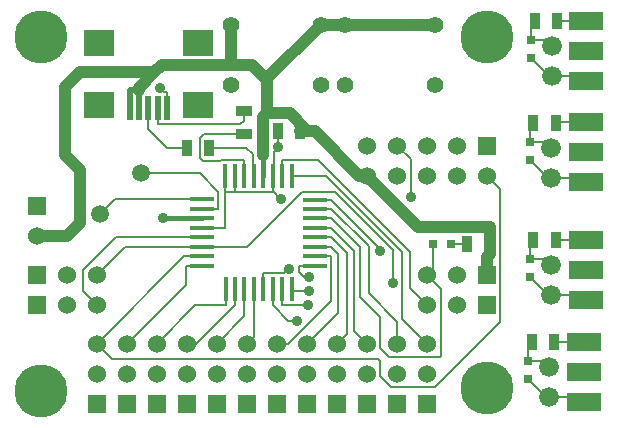
<source format=gtl>
G04 (created by PCBNEW-RS274X (2011-05-25)-stable) date Чт. 09 авг. 2012 02:33:36*
G01*
G70*
G90*
%MOIN*%
G04 Gerber Fmt 3.4, Leading zero omitted, Abs format*
%FSLAX34Y34*%
G04 APERTURE LIST*
%ADD10C,0.006000*%
%ADD11R,0.035000X0.055000*%
%ADD12C,0.066000*%
%ADD13R,0.031400X0.031400*%
%ADD14R,0.118100X0.060000*%
%ADD15C,0.177200*%
%ADD16R,0.019600X0.078700*%
%ADD17R,0.098400X0.086600*%
%ADD18C,0.059100*%
%ADD19R,0.060000X0.060000*%
%ADD20C,0.060000*%
%ADD21R,0.055000X0.035000*%
%ADD22C,0.055000*%
%ADD23R,0.078700X0.017700*%
%ADD24R,0.017700X0.078700*%
%ADD25C,0.035000*%
%ADD26C,0.008000*%
%ADD27C,0.039400*%
%ADD28C,0.019400*%
%ADD29C,0.017400*%
G04 APERTURE END LIST*
G54D10*
G54D11*
X63350Y-27425D03*
X64100Y-27425D03*
G54D12*
X63925Y-29275D03*
X63925Y-28275D03*
G54D13*
X63225Y-28670D03*
X63225Y-28080D03*
G54D14*
X65050Y-30850D03*
X65050Y-31850D03*
X65050Y-32850D03*
X65100Y-27450D03*
X65100Y-28450D03*
X65100Y-29450D03*
G54D13*
X63175Y-32070D03*
X63175Y-31480D03*
G54D12*
X63875Y-32675D03*
X63875Y-31675D03*
G54D11*
X63300Y-30825D03*
X64050Y-30825D03*
X63350Y-23525D03*
X64100Y-23525D03*
G54D12*
X63925Y-25375D03*
X63925Y-24375D03*
G54D13*
X63225Y-24770D03*
X63225Y-24180D03*
G54D14*
X65100Y-23500D03*
X65100Y-24500D03*
X65100Y-25500D03*
X65100Y-20150D03*
X65100Y-21150D03*
X65100Y-22150D03*
G54D15*
X46949Y-20669D03*
X46949Y-32480D03*
X61811Y-20669D03*
X61811Y-32382D03*
G54D16*
X51151Y-23041D03*
X50836Y-23041D03*
X50522Y-23041D03*
X50208Y-23041D03*
X49893Y-23041D03*
G54D17*
X48869Y-20857D03*
X52175Y-20857D03*
X52175Y-22943D03*
X48869Y-22943D03*
G54D18*
X48920Y-26580D03*
X50280Y-25220D03*
G54D13*
X60000Y-27589D03*
X60590Y-27589D03*
G54D19*
X46801Y-26301D03*
G54D20*
X46801Y-27301D03*
G54D19*
X61800Y-28600D03*
G54D20*
X60800Y-28600D03*
X59800Y-28600D03*
G54D19*
X58800Y-32900D03*
G54D20*
X58800Y-31900D03*
X58800Y-30900D03*
G54D19*
X59800Y-32900D03*
G54D20*
X59800Y-31900D03*
X59800Y-30900D03*
G54D19*
X61800Y-29600D03*
G54D20*
X60800Y-29600D03*
X59800Y-29600D03*
G54D19*
X46800Y-29600D03*
G54D20*
X47800Y-29600D03*
X48800Y-29600D03*
G54D19*
X53800Y-32900D03*
G54D20*
X53800Y-31900D03*
X53800Y-30900D03*
G54D19*
X52800Y-32900D03*
G54D20*
X52800Y-31900D03*
X52800Y-30900D03*
G54D19*
X51800Y-32900D03*
G54D20*
X51800Y-31900D03*
X51800Y-30900D03*
G54D19*
X50800Y-32900D03*
G54D20*
X50800Y-31900D03*
X50800Y-30900D03*
G54D19*
X49800Y-32900D03*
G54D20*
X49800Y-31900D03*
X49800Y-30900D03*
G54D19*
X48800Y-32900D03*
G54D20*
X48800Y-31900D03*
X48800Y-30900D03*
G54D19*
X46800Y-28600D03*
G54D20*
X47800Y-28600D03*
X48800Y-28600D03*
G54D19*
X57800Y-32900D03*
G54D20*
X57800Y-31900D03*
X57800Y-30900D03*
G54D19*
X56800Y-32900D03*
G54D20*
X56800Y-31900D03*
X56800Y-30900D03*
G54D19*
X55800Y-32900D03*
G54D20*
X55800Y-31900D03*
X55800Y-30900D03*
G54D19*
X54800Y-32900D03*
G54D20*
X54800Y-31900D03*
X54800Y-30900D03*
G54D11*
X61891Y-27569D03*
X61141Y-27569D03*
X52550Y-24360D03*
X51800Y-24360D03*
G54D21*
X53691Y-23899D03*
X53691Y-23149D03*
G54D11*
X55582Y-23799D03*
X54832Y-23799D03*
G54D22*
X57073Y-22270D03*
X57073Y-20270D03*
X60073Y-22270D03*
X60073Y-20270D03*
X53264Y-22260D03*
X53264Y-20260D03*
X56264Y-22260D03*
X56264Y-20260D03*
G54D23*
X52304Y-28293D03*
X52304Y-27978D03*
X52304Y-27663D03*
X52304Y-27348D03*
X52304Y-27033D03*
X52304Y-26718D03*
X52304Y-26403D03*
X52304Y-26088D03*
X56070Y-26090D03*
X56070Y-28300D03*
X56070Y-27980D03*
X56070Y-27660D03*
X56070Y-27350D03*
X56070Y-27030D03*
X56070Y-26720D03*
X56070Y-26400D03*
G54D24*
X53088Y-25300D03*
X53402Y-25300D03*
X53718Y-25300D03*
X54032Y-25300D03*
X54348Y-25300D03*
X54662Y-25300D03*
X54978Y-25300D03*
X55292Y-25300D03*
X53090Y-29080D03*
X53400Y-29080D03*
X53720Y-29080D03*
X54030Y-29080D03*
X54340Y-29080D03*
X54660Y-29080D03*
X54980Y-29080D03*
X55300Y-29080D03*
G54D19*
X61813Y-24293D03*
G54D20*
X61813Y-25293D03*
X60813Y-24293D03*
X60813Y-25293D03*
X59813Y-24293D03*
X59813Y-25293D03*
X58813Y-24293D03*
X58813Y-25293D03*
X57813Y-24293D03*
X57813Y-25293D03*
G54D13*
X63275Y-21370D03*
X63275Y-20780D03*
G54D12*
X63975Y-21975D03*
X63975Y-20975D03*
G54D11*
X63400Y-20125D03*
X64150Y-20125D03*
G54D25*
X55861Y-28677D03*
X55872Y-29142D03*
X58664Y-28870D03*
X59257Y-26021D03*
X55855Y-29616D03*
X55475Y-30127D03*
X54929Y-26069D03*
X54827Y-24354D03*
X51003Y-26717D03*
X50894Y-22360D03*
X55198Y-28398D03*
X58247Y-27808D03*
G54D26*
X55534Y-28509D02*
X55534Y-28300D01*
X55702Y-28677D02*
X55534Y-28509D01*
X55861Y-28677D02*
X55702Y-28677D01*
X56070Y-28300D02*
X55534Y-28300D01*
X55362Y-29142D02*
X55872Y-29142D01*
X55300Y-29080D02*
X55362Y-29142D01*
X56070Y-27980D02*
X56607Y-27980D01*
X56607Y-29458D02*
X56607Y-27980D01*
X55165Y-30900D02*
X56607Y-29458D01*
X54800Y-30900D02*
X55165Y-30900D01*
X56070Y-27660D02*
X56607Y-27660D01*
X56844Y-29856D02*
X55800Y-30900D01*
X56844Y-27897D02*
X56844Y-29856D01*
X56607Y-27660D02*
X56844Y-27897D01*
X54030Y-30670D02*
X53800Y-30900D01*
X54030Y-29080D02*
X54030Y-30670D01*
X49426Y-27348D02*
X52304Y-27348D01*
X48344Y-28430D02*
X49426Y-27348D01*
X48344Y-29144D02*
X48344Y-28430D01*
X48800Y-29600D02*
X48344Y-29144D01*
X59244Y-29044D02*
X59800Y-29600D01*
X59244Y-27830D02*
X59244Y-29044D01*
X56177Y-24763D02*
X59244Y-27830D01*
X54978Y-24763D02*
X56177Y-24763D01*
X54978Y-25300D02*
X54978Y-24763D01*
X58984Y-30084D02*
X59800Y-30900D01*
X58983Y-30084D02*
X58984Y-30084D01*
X58983Y-27830D02*
X58983Y-30084D01*
X56453Y-25300D02*
X58983Y-27830D01*
X55292Y-25300D02*
X56453Y-25300D01*
X58800Y-30161D02*
X58800Y-30900D01*
X57861Y-29222D02*
X58800Y-30161D01*
X57861Y-27654D02*
X57861Y-29222D01*
X56607Y-26400D02*
X57861Y-27654D01*
X56070Y-26400D02*
X56607Y-26400D01*
X60000Y-28400D02*
X60000Y-27589D01*
X59800Y-28600D02*
X60000Y-28400D01*
X56070Y-26720D02*
X56607Y-26720D01*
X60256Y-29056D02*
X59800Y-28600D01*
X60256Y-31322D02*
X60256Y-29056D01*
X60234Y-31344D02*
X60256Y-31322D01*
X58542Y-31344D02*
X60234Y-31344D01*
X58244Y-31046D02*
X58542Y-31344D01*
X58244Y-30006D02*
X58244Y-31046D01*
X57576Y-29338D02*
X58244Y-30006D01*
X57576Y-27689D02*
X57576Y-29338D01*
X56607Y-26720D02*
X57576Y-27689D01*
X56070Y-27350D02*
X56607Y-27350D01*
X57128Y-30572D02*
X56800Y-30900D01*
X57128Y-27871D02*
X57128Y-30572D01*
X56607Y-27350D02*
X57128Y-27871D01*
X56070Y-27030D02*
X56607Y-27030D01*
X57380Y-30480D02*
X57800Y-30900D01*
X57380Y-27803D02*
X57380Y-30480D01*
X56607Y-27030D02*
X57380Y-27803D01*
X49737Y-27663D02*
X48800Y-28600D01*
X52304Y-27663D02*
X49737Y-27663D01*
X58664Y-27773D02*
X58664Y-28870D01*
X56727Y-25836D02*
X58664Y-27773D01*
X55638Y-25836D02*
X56727Y-25836D01*
X53811Y-27663D02*
X55638Y-25836D01*
X52304Y-27663D02*
X53811Y-27663D01*
X51722Y-27978D02*
X52304Y-27978D01*
X48800Y-30900D02*
X51722Y-27978D01*
X49300Y-31400D02*
X48800Y-30900D01*
X58178Y-31400D02*
X49300Y-31400D01*
X58244Y-31466D02*
X58178Y-31400D01*
X58244Y-31972D02*
X58244Y-31466D01*
X58616Y-32344D02*
X58244Y-31972D01*
X60079Y-32344D02*
X58616Y-32344D01*
X62244Y-30179D02*
X60079Y-32344D01*
X62244Y-25724D02*
X62244Y-30179D01*
X61813Y-25293D02*
X62244Y-25724D01*
X51768Y-28932D02*
X51768Y-28293D01*
X49800Y-30900D02*
X51768Y-28932D01*
X52304Y-28293D02*
X51768Y-28293D01*
X52084Y-29616D02*
X53090Y-29616D01*
X50800Y-30900D02*
X52084Y-29616D01*
X53090Y-29080D02*
X53090Y-29616D01*
X52117Y-30900D02*
X51800Y-30900D01*
X53400Y-29617D02*
X52117Y-30900D01*
X53400Y-29080D02*
X53400Y-29617D01*
X53720Y-29980D02*
X52800Y-30900D01*
X53720Y-29080D02*
X53720Y-29980D01*
X54980Y-29080D02*
X54980Y-29616D01*
X55855Y-29616D02*
X54980Y-29616D01*
X59257Y-24737D02*
X59257Y-26021D01*
X58813Y-24293D02*
X59257Y-24737D01*
X54660Y-29080D02*
X54660Y-29616D01*
X55171Y-30127D02*
X55475Y-30127D01*
X54660Y-29616D02*
X55171Y-30127D01*
X53066Y-27033D02*
X52304Y-27033D01*
X53088Y-27011D02*
X53066Y-27033D01*
X53088Y-25836D02*
X53088Y-27011D01*
X53402Y-25300D02*
X53402Y-25836D01*
X53402Y-25836D02*
X53088Y-25836D01*
X53088Y-25300D02*
X53088Y-25836D01*
X54662Y-25836D02*
X53402Y-25836D01*
X54662Y-25568D02*
X54662Y-25802D01*
X54662Y-25802D02*
X54662Y-25819D01*
X54662Y-25819D02*
X54662Y-25836D01*
X54912Y-26069D02*
X54929Y-26069D01*
X54662Y-25819D02*
X54912Y-26069D01*
X54832Y-23799D02*
X54832Y-24217D01*
X54827Y-24222D02*
X54832Y-24217D01*
X54827Y-24354D02*
X54827Y-24222D01*
X54662Y-25434D02*
X54662Y-25568D01*
X54662Y-25434D02*
X54662Y-25300D01*
X54689Y-24492D02*
X54827Y-24354D01*
X54689Y-25273D02*
X54689Y-24492D01*
X54662Y-25300D02*
X54689Y-25273D01*
G54D27*
X46801Y-27301D02*
X47797Y-27301D01*
X48228Y-21850D02*
X50721Y-21850D01*
X47736Y-22342D02*
X48228Y-21850D01*
X47736Y-24606D02*
X47736Y-22342D01*
X48228Y-25098D02*
X47736Y-24606D01*
X48228Y-26870D02*
X48228Y-25098D01*
X47797Y-27301D02*
X48228Y-26870D01*
X61800Y-28600D02*
X61800Y-28000D01*
G54D28*
X50208Y-23041D02*
X50208Y-22448D01*
X49893Y-23041D02*
X49893Y-22448D01*
G54D27*
X57551Y-25293D02*
X57813Y-25293D01*
X56057Y-23799D02*
X57551Y-25293D01*
X55582Y-23799D02*
X55820Y-23799D01*
X55820Y-23799D02*
X56057Y-23799D01*
G54D29*
X54348Y-24604D02*
X54348Y-25300D01*
G54D28*
X50208Y-22448D02*
X50204Y-22448D01*
X50204Y-22448D02*
X49893Y-22448D01*
G54D27*
X61891Y-27909D02*
X61891Y-27569D01*
X61800Y-28000D02*
X61891Y-27909D01*
X61891Y-27569D02*
X61891Y-26994D01*
X57073Y-20270D02*
X60073Y-20270D01*
X53264Y-20260D02*
X53264Y-21614D01*
X50204Y-22367D02*
X50204Y-22448D01*
X50721Y-21850D02*
X50204Y-22367D01*
X50957Y-21614D02*
X50721Y-21850D01*
X53264Y-21614D02*
X50957Y-21614D01*
X55232Y-23211D02*
X54462Y-23211D01*
X55820Y-23799D02*
X55232Y-23211D01*
X54348Y-23325D02*
X54348Y-24604D01*
X54462Y-23211D02*
X54348Y-23325D01*
X56264Y-20270D02*
X57073Y-20270D01*
X56264Y-20270D02*
X56264Y-20260D01*
X54450Y-22084D02*
X56264Y-20270D01*
X54462Y-22096D02*
X54450Y-22084D01*
X54462Y-23211D02*
X54462Y-22096D01*
X53980Y-21614D02*
X53264Y-21614D01*
X54450Y-22084D02*
X53980Y-21614D01*
G54D29*
X52304Y-26718D02*
X51721Y-26718D01*
X51721Y-26717D02*
X51003Y-26717D01*
X51721Y-26718D02*
X51721Y-26717D01*
G54D27*
X59514Y-26994D02*
X61891Y-26994D01*
X57813Y-25293D02*
X59514Y-26994D01*
G54D26*
X51039Y-22505D02*
X51151Y-22505D01*
X50894Y-22360D02*
X51039Y-22505D01*
X51151Y-23041D02*
X51151Y-22505D01*
X52841Y-25836D02*
X52841Y-26403D01*
X52225Y-25220D02*
X52841Y-25836D01*
X50280Y-25220D02*
X52225Y-25220D01*
X52304Y-26403D02*
X52841Y-26403D01*
X49412Y-26088D02*
X48920Y-26580D01*
X52304Y-26088D02*
X49412Y-26088D01*
X54340Y-29080D02*
X54340Y-28543D01*
X55053Y-28543D02*
X55198Y-28398D01*
X54340Y-28543D02*
X55053Y-28543D01*
X58247Y-27730D02*
X58247Y-27808D01*
X56607Y-26090D02*
X58247Y-27730D01*
X56070Y-26090D02*
X56607Y-26090D01*
X53580Y-23578D02*
X50836Y-23578D01*
X53691Y-23467D02*
X53580Y-23578D01*
X53691Y-23149D02*
X53691Y-23467D01*
X50836Y-23041D02*
X50836Y-23578D01*
X52359Y-23899D02*
X53691Y-23899D01*
X52232Y-24026D02*
X52359Y-23899D01*
X52232Y-24706D02*
X52232Y-24026D01*
X52329Y-24803D02*
X52232Y-24706D01*
X52891Y-24803D02*
X52329Y-24803D01*
X52931Y-24763D02*
X52891Y-24803D01*
X53718Y-24763D02*
X52931Y-24763D01*
X53718Y-25300D02*
X53718Y-24763D01*
X50522Y-23754D02*
X50522Y-23041D01*
X51128Y-24360D02*
X50522Y-23754D01*
X51800Y-24360D02*
X51128Y-24360D01*
X53788Y-24360D02*
X52550Y-24360D01*
X54007Y-24579D02*
X53788Y-24360D01*
X54007Y-25275D02*
X54007Y-24579D01*
X54032Y-25300D02*
X54007Y-25275D01*
X60910Y-27569D02*
X60890Y-27589D01*
X61141Y-27569D02*
X60910Y-27569D01*
X60590Y-27589D02*
X60890Y-27589D01*
X65100Y-27450D02*
X64125Y-27450D01*
X64125Y-27450D02*
X64100Y-27425D01*
X64050Y-30825D02*
X65025Y-30825D01*
X65025Y-30825D02*
X65050Y-30850D01*
X65100Y-23500D02*
X64125Y-23500D01*
X64125Y-23500D02*
X64100Y-23525D01*
X64150Y-20125D02*
X65075Y-20125D01*
X65075Y-20125D02*
X65100Y-20150D01*
X63925Y-29275D02*
X64925Y-29275D01*
X64925Y-29275D02*
X65100Y-29450D01*
X63875Y-32675D02*
X64875Y-32675D01*
X64875Y-32675D02*
X65050Y-32850D01*
X63830Y-29275D02*
X63225Y-28670D01*
X63925Y-29275D02*
X63830Y-29275D01*
X63875Y-32675D02*
X63780Y-32675D01*
X63780Y-32675D02*
X63175Y-32070D01*
X63925Y-25375D02*
X64975Y-25375D01*
X64975Y-25375D02*
X65100Y-25500D01*
X63830Y-25375D02*
X63225Y-24770D01*
X63925Y-25375D02*
X63830Y-25375D01*
X63975Y-21975D02*
X64925Y-21975D01*
X64925Y-21975D02*
X65100Y-22150D01*
X63975Y-21975D02*
X63880Y-21975D01*
X63880Y-21975D02*
X63275Y-21370D01*
X63730Y-28080D02*
X63925Y-28275D01*
X63225Y-28080D02*
X63730Y-28080D01*
X63225Y-27550D02*
X63350Y-27425D01*
X63225Y-28080D02*
X63225Y-27550D01*
X63175Y-31480D02*
X63175Y-30950D01*
X63175Y-30950D02*
X63300Y-30825D01*
X63175Y-31480D02*
X63680Y-31480D01*
X63680Y-31480D02*
X63875Y-31675D01*
X63730Y-24180D02*
X63925Y-24375D01*
X63225Y-24180D02*
X63730Y-24180D01*
X63225Y-23650D02*
X63350Y-23525D01*
X63225Y-24180D02*
X63225Y-23650D01*
X63275Y-20780D02*
X63275Y-20250D01*
X63275Y-20250D02*
X63400Y-20125D01*
X63275Y-20780D02*
X63780Y-20780D01*
X63780Y-20780D02*
X63975Y-20975D01*
M02*

</source>
